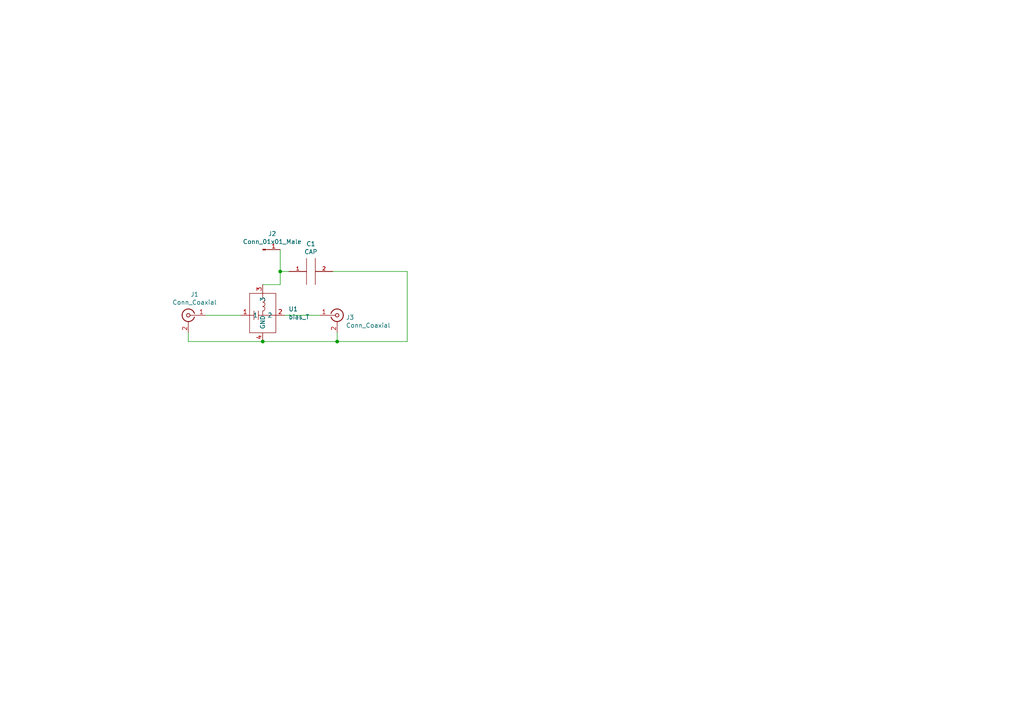
<source format=kicad_sch>
(kicad_sch (version 20230121) (generator eeschema)
  (paper "A4")
  (lib_symbols
    (symbol "Connector:Conn_Coaxial" (pin_names (offset 1.016) hide)
      (property "Reference" "J" (at 0.254 3.048 0))
      (property "Value" "Conn_Coaxial" (at 2.921 0 90))
      (symbol "Conn_Coaxial_0_1"
        (arc (start -1.778 -0.508) (mid 0.2311 -1.8066) (end 1.778 0) (stroke (width 0.254)))
        (polyline (pts (xy -2.54 0) (xy -0.508 0)))
        (polyline (pts (xy 0 -2.54) (xy 0 -1.778)))
        (circle (center 0 0) (radius 0.508) (stroke (width 0.2032)))
        (arc (start 1.778 0) (mid 0.2099 1.8101) (end -1.778 0.508) (stroke (width 0.254)))
      )
      (symbol "Conn_Coaxial_1_1"
        (pin passive line (at -5.08 0 0) (length 2.54) (name "In") (number "1"))
        (pin passive line (at 0 -5.08 90) (length 2.54) (name "Ext") (number "2"))
      )
    )
    (symbol "bias_T_launch-rescue:CAP-pspice" (pin_names (offset 0.254))
      (property "Reference" "C" (at 2.54 3.81 90))
      (property "Value" "pspice_CAP" (at 2.54 -3.81 90))
      (symbol "CAP-pspice_0_1"
        (polyline (pts (xy -3.81 -1.27) (xy 3.81 -1.27)))
        (polyline (pts (xy -3.81 1.27) (xy 3.81 1.27)))
      )
      (symbol "CAP-pspice_1_1"
        (pin passive line (at 0 6.35 270) (length 5.08) (name "~") (number "1"))
        (pin passive line (at 0 -6.35 90) (length 5.08) (name "~") (number "2"))
      )
    )
    (symbol "bias_T_launch-rescue:Conn_01x01_Male-Connector" (pin_names (offset 1.016) hide)
      (property "Reference" "J" (at 0 2.54 0))
      (property "Value" "Connector_Conn_01x01_Male" (at 0 -2.54 0))
      (symbol "Conn_01x01_Male-Connector_1_1"
        (polyline (pts (xy 1.27 0) (xy 0.8636 0)) (stroke (width 0.1524)))
        (rectangle (start 0.8636 0.127) (end 0 -0.127) (stroke (width 0.1524)) (fill (type outline)))
        (pin passive line (at 5.08 0 180) (length 3.81) (name "Pin_1") (number "1"))
      )
    )
    (symbol "bias_T_launch-rescue:bias_T-my_symbols" (pin_names (offset 1.016))
      (property "Reference" "U" (at 2.54 5.08 0))
      (property "Value" "my_symbols_bias_T" (at -5.08 -10.16 0))
      (symbol "bias_T-my_symbols_0_1"
        (rectangle (start -3.81 3.81) (end 3.81 -7.62))
        (arc (start 0 -1.27) (mid 0.6323 -0.635) (end 0 0))
        (polyline (pts (xy 0 -1.27) (xy 0 -2.54)))
        (polyline (pts (xy 0 3.81) (xy 0 2.54)))
        (polyline (pts (xy -3.81 -2.54) (xy -2.54 -2.54) (xy -2.54 -1.27) (xy -2.54 -3.81)))
        (polyline (pts (xy -1.27 -3.81) (xy -1.27 -1.27) (xy -1.27 -2.54) (xy 3.81 -2.54) (xy 2.54 -2.54)))
        (arc (start 0 0) (mid 0.6323 0.635) (end 0 1.27))
        (arc (start 0 1.27) (mid 0.6323 1.905) (end 0 2.54))
      )
      (symbol "bias_T-my_symbols_1_1"
        (pin input line (at -6.35 -2.54 0) (length 2.54) (name "1") (number "1"))
        (pin output line (at 6.35 -2.54 180) (length 2.54) (name "2") (number "2"))
        (pin input line (at 0 6.35 270) (length 2.54) (name "3") (number "3"))
        (pin input line (at 0 -10.16 90) (length 2.54) (name "GND") (number "4"))
      )
    )
  )
  (junction (at 76.2 99.06))
  (junction (at 81.28 78.74))
  (junction (at 97.79 99.06))
  (wire (pts (xy 97.79 96.52) (xy 97.79 99.06)))
  (wire (pts (xy 92.71 91.44) (xy 82.55 91.44)))
  (wire (pts (xy 54.61 99.06) (xy 76.2 99.06)))
  (wire (pts (xy 83.82 78.74) (xy 81.28 78.74)))
  (wire (pts (xy 81.28 78.74) (xy 81.28 82.55)))
  (wire (pts (xy 54.61 96.52) (xy 54.61 99.06)))
  (wire (pts (xy 81.28 72.39) (xy 81.28 78.74)))
  (wire (pts (xy 96.52 78.74) (xy 118.11 78.74)))
  (wire (pts (xy 81.28 82.55) (xy 76.2 82.55)))
  (wire (pts (xy 118.11 99.06) (xy 97.79 99.06)))
  (wire (pts (xy 118.11 78.74) (xy 118.11 99.06)))
  (wire (pts (xy 97.79 99.06) (xy 76.2 99.06)))
  (wire (pts (xy 59.69 91.44) (xy 69.85 91.44)))
  (symbol (lib_id "bias_T_launch-rescue:bias_T-my_symbols") (at 76.2 88.9 0) (unit 1)
    (property "Reference" "U1" (at 83.6676 89.6366 0) (effects (justify left)))
    (property "Value" "bias_T" (at 83.6676 91.948 0) (effects (justify left)))
    (property "Footprint" "my_rf:mini_circuits_gu1414" (effects hide))
  )
  (symbol (lib_id "Connector:Conn_Coaxial") (at 54.61 91.44 0) (mirror y) (unit 1)
    (property "Reference" "J1" (at 56.4388 85.3948 0))
    (property "Value" "Conn_Coaxial" (at 56.4388 87.7062 0))
    (property "Footprint" "my_rf:44mil_microstrip" (effects hide))
    (property "Datasheet" " ~" (effects hide))
  )
  (symbol (lib_id "Connector:Conn_Coaxial") (at 97.79 91.44 0) (unit 1)
    (property "Reference" "J3" (at 100.33 92.075 0) (effects (justify left)))
    (property "Value" "Conn_Coaxial" (at 100.33 94.3864 0) (effects (justify left)))
    (property "Footprint" "my_rf:cpw_31_trace_16p5_gap" (effects hide))
    (property "Datasheet" " ~" (effects hide))
  )
  (symbol (lib_id "bias_T_launch-rescue:Conn_01x01_Male-Connector") (at 76.2 72.39 0) (unit 1)
    (property "Reference" "J2" (at 78.9432 67.7926 0))
    (property "Value" "Conn_01x01_Male" (at 78.9432 70.104 0))
    (property "Footprint" "Connector_PinHeader_2.54mm:PinHeader_1x01_P2.54mm_Vertical" (effects hide))
  )
  (symbol (lib_id "bias_T_launch-rescue:CAP-pspice") (at 90.17 78.74 90) (mirror x) (unit 1)
    (property "Reference" "C1" (at 90.17 70.739 90))
    (property "Value" "CAP" (at 90.17 73.0504 90))
    (property "Footprint" "Capacitor_SMD:C_0603_1608Metric" (effects hide))
  )
)
</source>
